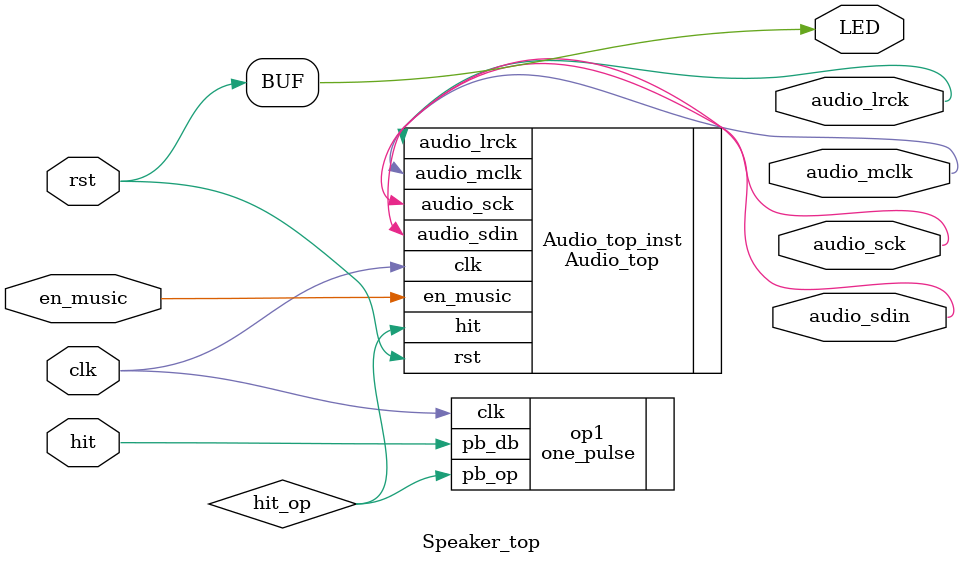
<source format=v>
module Speaker_top(
    input wire clk,
    input wire rst,

    input wire hit,
    input wire en_music,

    output wire LED,
    output wire audio_mclk,
    output wire audio_lrck,
    output wire audio_sck,
    output wire audio_sdin
);
    wire hit_op;

    one_pulse op1(.clk(clk), .pb_db(hit), .pb_op(hit_op));

    assign LED = rst;

    Audio_top Audio_top_inst(
        .clk(clk),
        .rst(rst),
        .hit(hit_op),
        .en_music(en_music),
        
        .audio_mclk(audio_mclk),
        .audio_lrck(audio_lrck),
        .audio_sck(audio_sck),
        .audio_sdin(audio_sdin)
    );

endmodule
</source>
